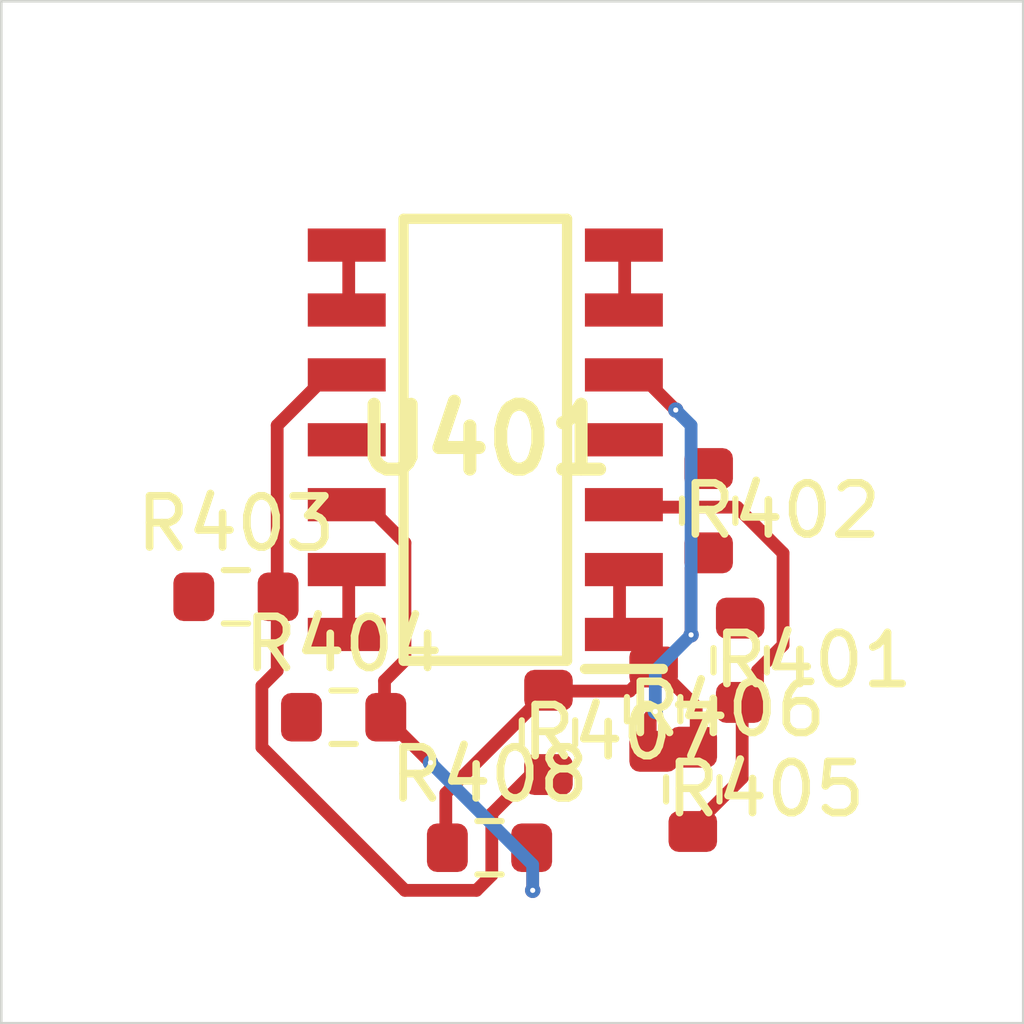
<source format=kicad_pcb>
 ( kicad_pcb  ( version 20171130 )
 ( host pcbnew 5.1.12-84ad8e8a86~92~ubuntu18.04.1 )
 ( general  ( thickness 1.6 )
 ( drawings 4 )
 ( tracks 0 )
 ( zones 0 )
 ( modules 9 )
 ( nets 14 )
)
 ( page A4 )
 ( layers  ( 0 F.Cu signal )
 ( 31 B.Cu signal )
 ( 32 B.Adhes user )
 ( 33 F.Adhes user )
 ( 34 B.Paste user )
 ( 35 F.Paste user )
 ( 36 B.SilkS user )
 ( 37 F.SilkS user )
 ( 38 B.Mask user )
 ( 39 F.Mask user )
 ( 40 Dwgs.User user )
 ( 41 Cmts.User user )
 ( 42 Eco1.User user )
 ( 43 Eco2.User user )
 ( 44 Edge.Cuts user )
 ( 45 Margin user )
 ( 46 B.CrtYd user )
 ( 47 F.CrtYd user )
 ( 48 B.Fab user )
 ( 49 F.Fab user )
)
 ( setup  ( last_trace_width 0.25 )
 ( trace_clearance 0.2 )
 ( zone_clearance 0.508 )
 ( zone_45_only no )
 ( trace_min 0.2 )
 ( via_size 0.8 )
 ( via_drill 0.4 )
 ( via_min_size 0.4 )
 ( via_min_drill 0.3 )
 ( uvia_size 0.3 )
 ( uvia_drill 0.1 )
 ( uvias_allowed no )
 ( uvia_min_size 0.2 )
 ( uvia_min_drill 0.1 )
 ( edge_width 0.05 )
 ( segment_width 0.2 )
 ( pcb_text_width 0.3 )
 ( pcb_text_size 1.5 1.5 )
 ( mod_edge_width 0.12 )
 ( mod_text_size 1 1 )
 ( mod_text_width 0.15 )
 ( pad_size 1.524 1.524 )
 ( pad_drill 0.762 )
 ( pad_to_mask_clearance 0 )
 ( aux_axis_origin 0 0 )
 ( visible_elements FFFFFF7F )
 ( pcbplotparams  ( layerselection 0x010fc_ffffffff )
 ( usegerberextensions false )
 ( usegerberattributes true )
 ( usegerberadvancedattributes true )
 ( creategerberjobfile true )
 ( excludeedgelayer true )
 ( linewidth 0.100000 )
 ( plotframeref false )
 ( viasonmask false )
 ( mode 1 )
 ( useauxorigin false )
 ( hpglpennumber 1 )
 ( hpglpenspeed 20 )
 ( hpglpendiameter 15.000000 )
 ( psnegative false )
 ( psa4output false )
 ( plotreference true )
 ( plotvalue true )
 ( plotinvisibletext false )
 ( padsonsilk false )
 ( subtractmaskfromsilk false )
 ( outputformat 1 )
 ( mirror false )
 ( drillshape 1 )
 ( scaleselection 1 )
 ( outputdirectory "" )
)
)
 ( net 0 "" )
 ( net 1 /Sheet6235D886/vp )
 ( net 2 /Sheet6248AD22/chn0 )
 ( net 3 /Sheet6248AD22/chn1 )
 ( net 4 /Sheet6248AD22/chn2 )
 ( net 5 /Sheet6248AD22/chn3 )
 ( net 6 "Net-(R401-Pad2)" )
 ( net 7 "Net-(R402-Pad2)" )
 ( net 8 "Net-(R403-Pad2)" )
 ( net 9 "Net-(R404-Pad2)" )
 ( net 10 /Sheet6248AD22/chn0_n )
 ( net 11 /Sheet6248AD22/chn1_n )
 ( net 12 /Sheet6248AD22/chn2_n )
 ( net 13 /Sheet6248AD22/chn3_n )
 ( net_class Default "This is the default net class."  ( clearance 0.2 )
 ( trace_width 0.25 )
 ( via_dia 0.8 )
 ( via_drill 0.4 )
 ( uvia_dia 0.3 )
 ( uvia_drill 0.1 )
 ( add_net /Sheet6235D886/vp )
 ( add_net /Sheet6248AD22/chn0 )
 ( add_net /Sheet6248AD22/chn0_n )
 ( add_net /Sheet6248AD22/chn1 )
 ( add_net /Sheet6248AD22/chn1_n )
 ( add_net /Sheet6248AD22/chn2 )
 ( add_net /Sheet6248AD22/chn2_n )
 ( add_net /Sheet6248AD22/chn3 )
 ( add_net /Sheet6248AD22/chn3_n )
 ( add_net "Net-(R401-Pad2)" )
 ( add_net "Net-(R402-Pad2)" )
 ( add_net "Net-(R403-Pad2)" )
 ( add_net "Net-(R404-Pad2)" )
)
 ( module Resistor_SMD:R_0603_1608Metric  ( layer F.Cu )
 ( tedit 5F68FEEE )
 ( tstamp 623425C8 )
 ( at 94.461400 112.897000 270.000000 )
 ( descr "Resistor SMD 0603 (1608 Metric), square (rectangular) end terminal, IPC_7351 nominal, (Body size source: IPC-SM-782 page 72, https://www.pcb-3d.com/wordpress/wp-content/uploads/ipc-sm-782a_amendment_1_and_2.pdf), generated with kicad-footprint-generator" )
 ( tags resistor )
 ( path /6248AD23/6249ADFD )
 ( attr smd )
 ( fp_text reference R401  ( at 0 -1.43 )
 ( layer F.SilkS )
 ( effects  ( font  ( size 1 1 )
 ( thickness 0.15 )
)
)
)
 ( fp_text value 10M  ( at 0 1.43 )
 ( layer F.Fab )
 ( effects  ( font  ( size 1 1 )
 ( thickness 0.15 )
)
)
)
 ( fp_line  ( start -0.8 0.4125 )
 ( end -0.8 -0.4125 )
 ( layer F.Fab )
 ( width 0.1 )
)
 ( fp_line  ( start -0.8 -0.4125 )
 ( end 0.8 -0.4125 )
 ( layer F.Fab )
 ( width 0.1 )
)
 ( fp_line  ( start 0.8 -0.4125 )
 ( end 0.8 0.4125 )
 ( layer F.Fab )
 ( width 0.1 )
)
 ( fp_line  ( start 0.8 0.4125 )
 ( end -0.8 0.4125 )
 ( layer F.Fab )
 ( width 0.1 )
)
 ( fp_line  ( start -0.237258 -0.5225 )
 ( end 0.237258 -0.5225 )
 ( layer F.SilkS )
 ( width 0.12 )
)
 ( fp_line  ( start -0.237258 0.5225 )
 ( end 0.237258 0.5225 )
 ( layer F.SilkS )
 ( width 0.12 )
)
 ( fp_line  ( start -1.48 0.73 )
 ( end -1.48 -0.73 )
 ( layer F.CrtYd )
 ( width 0.05 )
)
 ( fp_line  ( start -1.48 -0.73 )
 ( end 1.48 -0.73 )
 ( layer F.CrtYd )
 ( width 0.05 )
)
 ( fp_line  ( start 1.48 -0.73 )
 ( end 1.48 0.73 )
 ( layer F.CrtYd )
 ( width 0.05 )
)
 ( fp_line  ( start 1.48 0.73 )
 ( end -1.48 0.73 )
 ( layer F.CrtYd )
 ( width 0.05 )
)
 ( fp_text user %R  ( at 0 0 )
 ( layer F.Fab )
 ( effects  ( font  ( size 0.4 0.4 )
 ( thickness 0.06 )
)
)
)
 ( pad 2 smd roundrect  ( at 0.825 0 270.000000 )
 ( size 0.8 0.95 )
 ( layers F.Cu F.Mask F.Paste )
 ( roundrect_rratio 0.25 )
 ( net 6 "Net-(R401-Pad2)" )
)
 ( pad 1 smd roundrect  ( at -0.825 0 270.000000 )
 ( size 0.8 0.95 )
 ( layers F.Cu F.Mask F.Paste )
 ( roundrect_rratio 0.25 )
 ( net 10 /Sheet6248AD22/chn0_n )
)
 ( model ${KISYS3DMOD}/Resistor_SMD.3dshapes/R_0603_1608Metric.wrl  ( at  ( xyz 0 0 0 )
)
 ( scale  ( xyz 1 1 1 )
)
 ( rotate  ( xyz 0 0 0 )
)
)
)
 ( module Resistor_SMD:R_0603_1608Metric  ( layer F.Cu )
 ( tedit 5F68FEEE )
 ( tstamp 623425D9 )
 ( at 93.844300 109.970000 270.000000 )
 ( descr "Resistor SMD 0603 (1608 Metric), square (rectangular) end terminal, IPC_7351 nominal, (Body size source: IPC-SM-782 page 72, https://www.pcb-3d.com/wordpress/wp-content/uploads/ipc-sm-782a_amendment_1_and_2.pdf), generated with kicad-footprint-generator" )
 ( tags resistor )
 ( path /6248AD23/6249B75E )
 ( attr smd )
 ( fp_text reference R402  ( at 0 -1.43 )
 ( layer F.SilkS )
 ( effects  ( font  ( size 1 1 )
 ( thickness 0.15 )
)
)
)
 ( fp_text value 10M  ( at 0 1.43 )
 ( layer F.Fab )
 ( effects  ( font  ( size 1 1 )
 ( thickness 0.15 )
)
)
)
 ( fp_line  ( start 1.48 0.73 )
 ( end -1.48 0.73 )
 ( layer F.CrtYd )
 ( width 0.05 )
)
 ( fp_line  ( start 1.48 -0.73 )
 ( end 1.48 0.73 )
 ( layer F.CrtYd )
 ( width 0.05 )
)
 ( fp_line  ( start -1.48 -0.73 )
 ( end 1.48 -0.73 )
 ( layer F.CrtYd )
 ( width 0.05 )
)
 ( fp_line  ( start -1.48 0.73 )
 ( end -1.48 -0.73 )
 ( layer F.CrtYd )
 ( width 0.05 )
)
 ( fp_line  ( start -0.237258 0.5225 )
 ( end 0.237258 0.5225 )
 ( layer F.SilkS )
 ( width 0.12 )
)
 ( fp_line  ( start -0.237258 -0.5225 )
 ( end 0.237258 -0.5225 )
 ( layer F.SilkS )
 ( width 0.12 )
)
 ( fp_line  ( start 0.8 0.4125 )
 ( end -0.8 0.4125 )
 ( layer F.Fab )
 ( width 0.1 )
)
 ( fp_line  ( start 0.8 -0.4125 )
 ( end 0.8 0.4125 )
 ( layer F.Fab )
 ( width 0.1 )
)
 ( fp_line  ( start -0.8 -0.4125 )
 ( end 0.8 -0.4125 )
 ( layer F.Fab )
 ( width 0.1 )
)
 ( fp_line  ( start -0.8 0.4125 )
 ( end -0.8 -0.4125 )
 ( layer F.Fab )
 ( width 0.1 )
)
 ( fp_text user %R  ( at 0 0 )
 ( layer F.Fab )
 ( effects  ( font  ( size 0.4 0.4 )
 ( thickness 0.06 )
)
)
)
 ( pad 1 smd roundrect  ( at -0.825 0 270.000000 )
 ( size 0.8 0.95 )
 ( layers F.Cu F.Mask F.Paste )
 ( roundrect_rratio 0.25 )
 ( net 11 /Sheet6248AD22/chn1_n )
)
 ( pad 2 smd roundrect  ( at 0.825 0 270.000000 )
 ( size 0.8 0.95 )
 ( layers F.Cu F.Mask F.Paste )
 ( roundrect_rratio 0.25 )
 ( net 7 "Net-(R402-Pad2)" )
)
 ( model ${KISYS3DMOD}/Resistor_SMD.3dshapes/R_0603_1608Metric.wrl  ( at  ( xyz 0 0 0 )
)
 ( scale  ( xyz 1 1 1 )
)
 ( rotate  ( xyz 0 0 0 )
)
)
)
 ( module Resistor_SMD:R_0603_1608Metric  ( layer F.Cu )
 ( tedit 5F68FEEE )
 ( tstamp 623425EA )
 ( at 84.593100 111.655000 )
 ( descr "Resistor SMD 0603 (1608 Metric), square (rectangular) end terminal, IPC_7351 nominal, (Body size source: IPC-SM-782 page 72, https://www.pcb-3d.com/wordpress/wp-content/uploads/ipc-sm-782a_amendment_1_and_2.pdf), generated with kicad-footprint-generator" )
 ( tags resistor )
 ( path /6248AD23/6249FB7A )
 ( attr smd )
 ( fp_text reference R403  ( at 0 -1.43 )
 ( layer F.SilkS )
 ( effects  ( font  ( size 1 1 )
 ( thickness 0.15 )
)
)
)
 ( fp_text value 10M  ( at 0 1.43 )
 ( layer F.Fab )
 ( effects  ( font  ( size 1 1 )
 ( thickness 0.15 )
)
)
)
 ( fp_line  ( start 1.48 0.73 )
 ( end -1.48 0.73 )
 ( layer F.CrtYd )
 ( width 0.05 )
)
 ( fp_line  ( start 1.48 -0.73 )
 ( end 1.48 0.73 )
 ( layer F.CrtYd )
 ( width 0.05 )
)
 ( fp_line  ( start -1.48 -0.73 )
 ( end 1.48 -0.73 )
 ( layer F.CrtYd )
 ( width 0.05 )
)
 ( fp_line  ( start -1.48 0.73 )
 ( end -1.48 -0.73 )
 ( layer F.CrtYd )
 ( width 0.05 )
)
 ( fp_line  ( start -0.237258 0.5225 )
 ( end 0.237258 0.5225 )
 ( layer F.SilkS )
 ( width 0.12 )
)
 ( fp_line  ( start -0.237258 -0.5225 )
 ( end 0.237258 -0.5225 )
 ( layer F.SilkS )
 ( width 0.12 )
)
 ( fp_line  ( start 0.8 0.4125 )
 ( end -0.8 0.4125 )
 ( layer F.Fab )
 ( width 0.1 )
)
 ( fp_line  ( start 0.8 -0.4125 )
 ( end 0.8 0.4125 )
 ( layer F.Fab )
 ( width 0.1 )
)
 ( fp_line  ( start -0.8 -0.4125 )
 ( end 0.8 -0.4125 )
 ( layer F.Fab )
 ( width 0.1 )
)
 ( fp_line  ( start -0.8 0.4125 )
 ( end -0.8 -0.4125 )
 ( layer F.Fab )
 ( width 0.1 )
)
 ( fp_text user %R  ( at 0 0 )
 ( layer F.Fab )
 ( effects  ( font  ( size 0.4 0.4 )
 ( thickness 0.06 )
)
)
)
 ( pad 1 smd roundrect  ( at -0.825 0 )
 ( size 0.8 0.95 )
 ( layers F.Cu F.Mask F.Paste )
 ( roundrect_rratio 0.25 )
 ( net 12 /Sheet6248AD22/chn2_n )
)
 ( pad 2 smd roundrect  ( at 0.825 0 )
 ( size 0.8 0.95 )
 ( layers F.Cu F.Mask F.Paste )
 ( roundrect_rratio 0.25 )
 ( net 8 "Net-(R403-Pad2)" )
)
 ( model ${KISYS3DMOD}/Resistor_SMD.3dshapes/R_0603_1608Metric.wrl  ( at  ( xyz 0 0 0 )
)
 ( scale  ( xyz 1 1 1 )
)
 ( rotate  ( xyz 0 0 0 )
)
)
)
 ( module Resistor_SMD:R_0603_1608Metric  ( layer F.Cu )
 ( tedit 5F68FEEE )
 ( tstamp 623425FB )
 ( at 86.700100 114.012000 )
 ( descr "Resistor SMD 0603 (1608 Metric), square (rectangular) end terminal, IPC_7351 nominal, (Body size source: IPC-SM-782 page 72, https://www.pcb-3d.com/wordpress/wp-content/uploads/ipc-sm-782a_amendment_1_and_2.pdf), generated with kicad-footprint-generator" )
 ( tags resistor )
 ( path /6248AD23/6249FB74 )
 ( attr smd )
 ( fp_text reference R404  ( at 0 -1.43 )
 ( layer F.SilkS )
 ( effects  ( font  ( size 1 1 )
 ( thickness 0.15 )
)
)
)
 ( fp_text value 10M  ( at 0 1.43 )
 ( layer F.Fab )
 ( effects  ( font  ( size 1 1 )
 ( thickness 0.15 )
)
)
)
 ( fp_line  ( start -0.8 0.4125 )
 ( end -0.8 -0.4125 )
 ( layer F.Fab )
 ( width 0.1 )
)
 ( fp_line  ( start -0.8 -0.4125 )
 ( end 0.8 -0.4125 )
 ( layer F.Fab )
 ( width 0.1 )
)
 ( fp_line  ( start 0.8 -0.4125 )
 ( end 0.8 0.4125 )
 ( layer F.Fab )
 ( width 0.1 )
)
 ( fp_line  ( start 0.8 0.4125 )
 ( end -0.8 0.4125 )
 ( layer F.Fab )
 ( width 0.1 )
)
 ( fp_line  ( start -0.237258 -0.5225 )
 ( end 0.237258 -0.5225 )
 ( layer F.SilkS )
 ( width 0.12 )
)
 ( fp_line  ( start -0.237258 0.5225 )
 ( end 0.237258 0.5225 )
 ( layer F.SilkS )
 ( width 0.12 )
)
 ( fp_line  ( start -1.48 0.73 )
 ( end -1.48 -0.73 )
 ( layer F.CrtYd )
 ( width 0.05 )
)
 ( fp_line  ( start -1.48 -0.73 )
 ( end 1.48 -0.73 )
 ( layer F.CrtYd )
 ( width 0.05 )
)
 ( fp_line  ( start 1.48 -0.73 )
 ( end 1.48 0.73 )
 ( layer F.CrtYd )
 ( width 0.05 )
)
 ( fp_line  ( start 1.48 0.73 )
 ( end -1.48 0.73 )
 ( layer F.CrtYd )
 ( width 0.05 )
)
 ( fp_text user %R  ( at 0 0 )
 ( layer F.Fab )
 ( effects  ( font  ( size 0.4 0.4 )
 ( thickness 0.06 )
)
)
)
 ( pad 2 smd roundrect  ( at 0.825 0 )
 ( size 0.8 0.95 )
 ( layers F.Cu F.Mask F.Paste )
 ( roundrect_rratio 0.25 )
 ( net 9 "Net-(R404-Pad2)" )
)
 ( pad 1 smd roundrect  ( at -0.825 0 )
 ( size 0.8 0.95 )
 ( layers F.Cu F.Mask F.Paste )
 ( roundrect_rratio 0.25 )
 ( net 13 /Sheet6248AD22/chn3_n )
)
 ( model ${KISYS3DMOD}/Resistor_SMD.3dshapes/R_0603_1608Metric.wrl  ( at  ( xyz 0 0 0 )
)
 ( scale  ( xyz 1 1 1 )
)
 ( rotate  ( xyz 0 0 0 )
)
)
)
 ( module Resistor_SMD:R_0603_1608Metric  ( layer F.Cu )
 ( tedit 5F68FEEE )
 ( tstamp 6234260C )
 ( at 93.533600 115.423000 270.000000 )
 ( descr "Resistor SMD 0603 (1608 Metric), square (rectangular) end terminal, IPC_7351 nominal, (Body size source: IPC-SM-782 page 72, https://www.pcb-3d.com/wordpress/wp-content/uploads/ipc-sm-782a_amendment_1_and_2.pdf), generated with kicad-footprint-generator" )
 ( tags resistor )
 ( path /6248AD23/62497F62 )
 ( attr smd )
 ( fp_text reference R405  ( at 0 -1.43 )
 ( layer F.SilkS )
 ( effects  ( font  ( size 1 1 )
 ( thickness 0.15 )
)
)
)
 ( fp_text value 750k  ( at 0 1.43 )
 ( layer F.Fab )
 ( effects  ( font  ( size 1 1 )
 ( thickness 0.15 )
)
)
)
 ( fp_line  ( start -0.8 0.4125 )
 ( end -0.8 -0.4125 )
 ( layer F.Fab )
 ( width 0.1 )
)
 ( fp_line  ( start -0.8 -0.4125 )
 ( end 0.8 -0.4125 )
 ( layer F.Fab )
 ( width 0.1 )
)
 ( fp_line  ( start 0.8 -0.4125 )
 ( end 0.8 0.4125 )
 ( layer F.Fab )
 ( width 0.1 )
)
 ( fp_line  ( start 0.8 0.4125 )
 ( end -0.8 0.4125 )
 ( layer F.Fab )
 ( width 0.1 )
)
 ( fp_line  ( start -0.237258 -0.5225 )
 ( end 0.237258 -0.5225 )
 ( layer F.SilkS )
 ( width 0.12 )
)
 ( fp_line  ( start -0.237258 0.5225 )
 ( end 0.237258 0.5225 )
 ( layer F.SilkS )
 ( width 0.12 )
)
 ( fp_line  ( start -1.48 0.73 )
 ( end -1.48 -0.73 )
 ( layer F.CrtYd )
 ( width 0.05 )
)
 ( fp_line  ( start -1.48 -0.73 )
 ( end 1.48 -0.73 )
 ( layer F.CrtYd )
 ( width 0.05 )
)
 ( fp_line  ( start 1.48 -0.73 )
 ( end 1.48 0.73 )
 ( layer F.CrtYd )
 ( width 0.05 )
)
 ( fp_line  ( start 1.48 0.73 )
 ( end -1.48 0.73 )
 ( layer F.CrtYd )
 ( width 0.05 )
)
 ( fp_text user %R  ( at 0 0 )
 ( layer F.Fab )
 ( effects  ( font  ( size 0.4 0.4 )
 ( thickness 0.06 )
)
)
)
 ( pad 2 smd roundrect  ( at 0.825 0 270.000000 )
 ( size 0.8 0.95 )
 ( layers F.Cu F.Mask F.Paste )
 ( roundrect_rratio 0.25 )
 ( net 6 "Net-(R401-Pad2)" )
)
 ( pad 1 smd roundrect  ( at -0.825 0 270.000000 )
 ( size 0.8 0.95 )
 ( layers F.Cu F.Mask F.Paste )
 ( roundrect_rratio 0.25 )
 ( net 1 /Sheet6235D886/vp )
)
 ( model ${KISYS3DMOD}/Resistor_SMD.3dshapes/R_0603_1608Metric.wrl  ( at  ( xyz 0 0 0 )
)
 ( scale  ( xyz 1 1 1 )
)
 ( rotate  ( xyz 0 0 0 )
)
)
)
 ( module Resistor_SMD:R_0603_1608Metric  ( layer F.Cu )
 ( tedit 5F68FEEE )
 ( tstamp 6234261D )
 ( at 92.767200 113.854000 270.000000 )
 ( descr "Resistor SMD 0603 (1608 Metric), square (rectangular) end terminal, IPC_7351 nominal, (Body size source: IPC-SM-782 page 72, https://www.pcb-3d.com/wordpress/wp-content/uploads/ipc-sm-782a_amendment_1_and_2.pdf), generated with kicad-footprint-generator" )
 ( tags resistor )
 ( path /6248AD23/62499098 )
 ( attr smd )
 ( fp_text reference R406  ( at 0 -1.43 )
 ( layer F.SilkS )
 ( effects  ( font  ( size 1 1 )
 ( thickness 0.15 )
)
)
)
 ( fp_text value 750k  ( at 0 1.43 )
 ( layer F.Fab )
 ( effects  ( font  ( size 1 1 )
 ( thickness 0.15 )
)
)
)
 ( fp_line  ( start 1.48 0.73 )
 ( end -1.48 0.73 )
 ( layer F.CrtYd )
 ( width 0.05 )
)
 ( fp_line  ( start 1.48 -0.73 )
 ( end 1.48 0.73 )
 ( layer F.CrtYd )
 ( width 0.05 )
)
 ( fp_line  ( start -1.48 -0.73 )
 ( end 1.48 -0.73 )
 ( layer F.CrtYd )
 ( width 0.05 )
)
 ( fp_line  ( start -1.48 0.73 )
 ( end -1.48 -0.73 )
 ( layer F.CrtYd )
 ( width 0.05 )
)
 ( fp_line  ( start -0.237258 0.5225 )
 ( end 0.237258 0.5225 )
 ( layer F.SilkS )
 ( width 0.12 )
)
 ( fp_line  ( start -0.237258 -0.5225 )
 ( end 0.237258 -0.5225 )
 ( layer F.SilkS )
 ( width 0.12 )
)
 ( fp_line  ( start 0.8 0.4125 )
 ( end -0.8 0.4125 )
 ( layer F.Fab )
 ( width 0.1 )
)
 ( fp_line  ( start 0.8 -0.4125 )
 ( end 0.8 0.4125 )
 ( layer F.Fab )
 ( width 0.1 )
)
 ( fp_line  ( start -0.8 -0.4125 )
 ( end 0.8 -0.4125 )
 ( layer F.Fab )
 ( width 0.1 )
)
 ( fp_line  ( start -0.8 0.4125 )
 ( end -0.8 -0.4125 )
 ( layer F.Fab )
 ( width 0.1 )
)
 ( fp_text user %R  ( at 0 0 )
 ( layer F.Fab )
 ( effects  ( font  ( size 0.4 0.4 )
 ( thickness 0.06 )
)
)
)
 ( pad 1 smd roundrect  ( at -0.825 0 270.000000 )
 ( size 0.8 0.95 )
 ( layers F.Cu F.Mask F.Paste )
 ( roundrect_rratio 0.25 )
 ( net 1 /Sheet6235D886/vp )
)
 ( pad 2 smd roundrect  ( at 0.825 0 270.000000 )
 ( size 0.8 0.95 )
 ( layers F.Cu F.Mask F.Paste )
 ( roundrect_rratio 0.25 )
 ( net 7 "Net-(R402-Pad2)" )
)
 ( model ${KISYS3DMOD}/Resistor_SMD.3dshapes/R_0603_1608Metric.wrl  ( at  ( xyz 0 0 0 )
)
 ( scale  ( xyz 1 1 1 )
)
 ( rotate  ( xyz 0 0 0 )
)
)
)
 ( module Resistor_SMD:R_0603_1608Metric  ( layer F.Cu )
 ( tedit 5F68FEEE )
 ( tstamp 6234262E )
 ( at 90.709300 114.309000 270.000000 )
 ( descr "Resistor SMD 0603 (1608 Metric), square (rectangular) end terminal, IPC_7351 nominal, (Body size source: IPC-SM-782 page 72, https://www.pcb-3d.com/wordpress/wp-content/uploads/ipc-sm-782a_amendment_1_and_2.pdf), generated with kicad-footprint-generator" )
 ( tags resistor )
 ( path /6248AD23/624A0FFB )
 ( attr smd )
 ( fp_text reference R407  ( at 0 -1.43 )
 ( layer F.SilkS )
 ( effects  ( font  ( size 1 1 )
 ( thickness 0.15 )
)
)
)
 ( fp_text value 1.5M  ( at 0 1.43 )
 ( layer F.Fab )
 ( effects  ( font  ( size 1 1 )
 ( thickness 0.15 )
)
)
)
 ( fp_line  ( start 1.48 0.73 )
 ( end -1.48 0.73 )
 ( layer F.CrtYd )
 ( width 0.05 )
)
 ( fp_line  ( start 1.48 -0.73 )
 ( end 1.48 0.73 )
 ( layer F.CrtYd )
 ( width 0.05 )
)
 ( fp_line  ( start -1.48 -0.73 )
 ( end 1.48 -0.73 )
 ( layer F.CrtYd )
 ( width 0.05 )
)
 ( fp_line  ( start -1.48 0.73 )
 ( end -1.48 -0.73 )
 ( layer F.CrtYd )
 ( width 0.05 )
)
 ( fp_line  ( start -0.237258 0.5225 )
 ( end 0.237258 0.5225 )
 ( layer F.SilkS )
 ( width 0.12 )
)
 ( fp_line  ( start -0.237258 -0.5225 )
 ( end 0.237258 -0.5225 )
 ( layer F.SilkS )
 ( width 0.12 )
)
 ( fp_line  ( start 0.8 0.4125 )
 ( end -0.8 0.4125 )
 ( layer F.Fab )
 ( width 0.1 )
)
 ( fp_line  ( start 0.8 -0.4125 )
 ( end 0.8 0.4125 )
 ( layer F.Fab )
 ( width 0.1 )
)
 ( fp_line  ( start -0.8 -0.4125 )
 ( end 0.8 -0.4125 )
 ( layer F.Fab )
 ( width 0.1 )
)
 ( fp_line  ( start -0.8 0.4125 )
 ( end -0.8 -0.4125 )
 ( layer F.Fab )
 ( width 0.1 )
)
 ( fp_text user %R  ( at 0 0 )
 ( layer F.Fab )
 ( effects  ( font  ( size 0.4 0.4 )
 ( thickness 0.06 )
)
)
)
 ( pad 1 smd roundrect  ( at -0.825 0 270.000000 )
 ( size 0.8 0.95 )
 ( layers F.Cu F.Mask F.Paste )
 ( roundrect_rratio 0.25 )
 ( net 1 /Sheet6235D886/vp )
)
 ( pad 2 smd roundrect  ( at 0.825 0 270.000000 )
 ( size 0.8 0.95 )
 ( layers F.Cu F.Mask F.Paste )
 ( roundrect_rratio 0.25 )
 ( net 8 "Net-(R403-Pad2)" )
)
 ( model ${KISYS3DMOD}/Resistor_SMD.3dshapes/R_0603_1608Metric.wrl  ( at  ( xyz 0 0 0 )
)
 ( scale  ( xyz 1 1 1 )
)
 ( rotate  ( xyz 0 0 0 )
)
)
)
 ( module Resistor_SMD:R_0603_1608Metric  ( layer F.Cu )
 ( tedit 5F68FEEE )
 ( tstamp 6234263F )
 ( at 89.555400 116.566000 )
 ( descr "Resistor SMD 0603 (1608 Metric), square (rectangular) end terminal, IPC_7351 nominal, (Body size source: IPC-SM-782 page 72, https://www.pcb-3d.com/wordpress/wp-content/uploads/ipc-sm-782a_amendment_1_and_2.pdf), generated with kicad-footprint-generator" )
 ( tags resistor )
 ( path /6248AD23/624A093C )
 ( attr smd )
 ( fp_text reference R408  ( at 0 -1.43 )
 ( layer F.SilkS )
 ( effects  ( font  ( size 1 1 )
 ( thickness 0.15 )
)
)
)
 ( fp_text value 1.5M  ( at 0 1.43 )
 ( layer F.Fab )
 ( effects  ( font  ( size 1 1 )
 ( thickness 0.15 )
)
)
)
 ( fp_line  ( start -0.8 0.4125 )
 ( end -0.8 -0.4125 )
 ( layer F.Fab )
 ( width 0.1 )
)
 ( fp_line  ( start -0.8 -0.4125 )
 ( end 0.8 -0.4125 )
 ( layer F.Fab )
 ( width 0.1 )
)
 ( fp_line  ( start 0.8 -0.4125 )
 ( end 0.8 0.4125 )
 ( layer F.Fab )
 ( width 0.1 )
)
 ( fp_line  ( start 0.8 0.4125 )
 ( end -0.8 0.4125 )
 ( layer F.Fab )
 ( width 0.1 )
)
 ( fp_line  ( start -0.237258 -0.5225 )
 ( end 0.237258 -0.5225 )
 ( layer F.SilkS )
 ( width 0.12 )
)
 ( fp_line  ( start -0.237258 0.5225 )
 ( end 0.237258 0.5225 )
 ( layer F.SilkS )
 ( width 0.12 )
)
 ( fp_line  ( start -1.48 0.73 )
 ( end -1.48 -0.73 )
 ( layer F.CrtYd )
 ( width 0.05 )
)
 ( fp_line  ( start -1.48 -0.73 )
 ( end 1.48 -0.73 )
 ( layer F.CrtYd )
 ( width 0.05 )
)
 ( fp_line  ( start 1.48 -0.73 )
 ( end 1.48 0.73 )
 ( layer F.CrtYd )
 ( width 0.05 )
)
 ( fp_line  ( start 1.48 0.73 )
 ( end -1.48 0.73 )
 ( layer F.CrtYd )
 ( width 0.05 )
)
 ( fp_text user %R  ( at 0 0 )
 ( layer F.Fab )
 ( effects  ( font  ( size 0.4 0.4 )
 ( thickness 0.06 )
)
)
)
 ( pad 2 smd roundrect  ( at 0.825 0 )
 ( size 0.8 0.95 )
 ( layers F.Cu F.Mask F.Paste )
 ( roundrect_rratio 0.25 )
 ( net 9 "Net-(R404-Pad2)" )
)
 ( pad 1 smd roundrect  ( at -0.825 0 )
 ( size 0.8 0.95 )
 ( layers F.Cu F.Mask F.Paste )
 ( roundrect_rratio 0.25 )
 ( net 1 /Sheet6235D886/vp )
)
 ( model ${KISYS3DMOD}/Resistor_SMD.3dshapes/R_0603_1608Metric.wrl  ( at  ( xyz 0 0 0 )
)
 ( scale  ( xyz 1 1 1 )
)
 ( rotate  ( xyz 0 0 0 )
)
)
)
 ( module TL074HIDR:SOIC127P600X175-14N locked  ( layer F.Cu )
 ( tedit 62336F37 )
 ( tstamp 62342709 )
 ( at 89.472900 108.582000 180.000000 )
 ( descr "D (-R-PDSO-G14)" )
 ( tags "Integrated Circuit" )
 ( path /6248AD23/624976B2 )
 ( attr smd )
 ( fp_text reference U401  ( at 0 0 )
 ( layer F.SilkS )
 ( effects  ( font  ( size 1.27 1.27 )
 ( thickness 0.254 )
)
)
)
 ( fp_text value TL074  ( at 0 0 )
 ( layer F.SilkS )
hide  ( effects  ( font  ( size 1.27 1.27 )
 ( thickness 0.254 )
)
)
)
 ( fp_line  ( start -3.725 -4.625 )
 ( end 3.725 -4.625 )
 ( layer Dwgs.User )
 ( width 0.05 )
)
 ( fp_line  ( start 3.725 -4.625 )
 ( end 3.725 4.625 )
 ( layer Dwgs.User )
 ( width 0.05 )
)
 ( fp_line  ( start 3.725 4.625 )
 ( end -3.725 4.625 )
 ( layer Dwgs.User )
 ( width 0.05 )
)
 ( fp_line  ( start -3.725 4.625 )
 ( end -3.725 -4.625 )
 ( layer Dwgs.User )
 ( width 0.05 )
)
 ( fp_line  ( start -1.95 -4.325 )
 ( end 1.95 -4.325 )
 ( layer Dwgs.User )
 ( width 0.1 )
)
 ( fp_line  ( start 1.95 -4.325 )
 ( end 1.95 4.325 )
 ( layer Dwgs.User )
 ( width 0.1 )
)
 ( fp_line  ( start 1.95 4.325 )
 ( end -1.95 4.325 )
 ( layer Dwgs.User )
 ( width 0.1 )
)
 ( fp_line  ( start -1.95 4.325 )
 ( end -1.95 -4.325 )
 ( layer Dwgs.User )
 ( width 0.1 )
)
 ( fp_line  ( start -1.95 -3.055 )
 ( end -0.68 -4.325 )
 ( layer Dwgs.User )
 ( width 0.1 )
)
 ( fp_line  ( start -1.6 -4.325 )
 ( end 1.6 -4.325 )
 ( layer F.SilkS )
 ( width 0.2 )
)
 ( fp_line  ( start 1.6 -4.325 )
 ( end 1.6 4.325 )
 ( layer F.SilkS )
 ( width 0.2 )
)
 ( fp_line  ( start 1.6 4.325 )
 ( end -1.6 4.325 )
 ( layer F.SilkS )
 ( width 0.2 )
)
 ( fp_line  ( start -1.6 4.325 )
 ( end -1.6 -4.325 )
 ( layer F.SilkS )
 ( width 0.2 )
)
 ( fp_line  ( start -3.475 -4.485 )
 ( end -1.95 -4.485 )
 ( layer F.SilkS )
 ( width 0.2 )
)
 ( pad 1 smd rect  ( at -2.712 -3.81 270.000000 )
 ( size 0.65 1.525 )
 ( layers F.Cu F.Mask F.Paste )
 ( net 2 /Sheet6248AD22/chn0 )
)
 ( pad 2 smd rect  ( at -2.712 -2.54 270.000000 )
 ( size 0.65 1.525 )
 ( layers F.Cu F.Mask F.Paste )
 ( net 2 /Sheet6248AD22/chn0 )
)
 ( pad 3 smd rect  ( at -2.712 -1.27 270.000000 )
 ( size 0.65 1.525 )
 ( layers F.Cu F.Mask F.Paste )
 ( net 6 "Net-(R401-Pad2)" )
)
 ( pad 4 smd rect  ( at -2.712 0 270.000000 )
 ( size 0.65 1.525 )
 ( layers F.Cu F.Mask F.Paste )
)
 ( pad 5 smd rect  ( at -2.712 1.27 270.000000 )
 ( size 0.65 1.525 )
 ( layers F.Cu F.Mask F.Paste )
 ( net 7 "Net-(R402-Pad2)" )
)
 ( pad 6 smd rect  ( at -2.712 2.54 270.000000 )
 ( size 0.65 1.525 )
 ( layers F.Cu F.Mask F.Paste )
 ( net 3 /Sheet6248AD22/chn1 )
)
 ( pad 7 smd rect  ( at -2.712 3.81 270.000000 )
 ( size 0.65 1.525 )
 ( layers F.Cu F.Mask F.Paste )
 ( net 3 /Sheet6248AD22/chn1 )
)
 ( pad 8 smd rect  ( at 2.712 3.81 270.000000 )
 ( size 0.65 1.525 )
 ( layers F.Cu F.Mask F.Paste )
 ( net 4 /Sheet6248AD22/chn2 )
)
 ( pad 9 smd rect  ( at 2.712 2.54 270.000000 )
 ( size 0.65 1.525 )
 ( layers F.Cu F.Mask F.Paste )
 ( net 4 /Sheet6248AD22/chn2 )
)
 ( pad 10 smd rect  ( at 2.712 1.27 270.000000 )
 ( size 0.65 1.525 )
 ( layers F.Cu F.Mask F.Paste )
 ( net 8 "Net-(R403-Pad2)" )
)
 ( pad 11 smd rect  ( at 2.712 0 270.000000 )
 ( size 0.65 1.525 )
 ( layers F.Cu F.Mask F.Paste )
)
 ( pad 12 smd rect  ( at 2.712 -1.27 270.000000 )
 ( size 0.65 1.525 )
 ( layers F.Cu F.Mask F.Paste )
 ( net 9 "Net-(R404-Pad2)" )
)
 ( pad 13 smd rect  ( at 2.712 -2.54 270.000000 )
 ( size 0.65 1.525 )
 ( layers F.Cu F.Mask F.Paste )
 ( net 5 /Sheet6248AD22/chn3 )
)
 ( pad 14 smd rect  ( at 2.712 -3.81 270.000000 )
 ( size 0.65 1.525 )
 ( layers F.Cu F.Mask F.Paste )
 ( net 5 /Sheet6248AD22/chn3 )
)
)
 ( gr_line  ( start 100 100 )
 ( end 100 120 )
 ( layer Edge.Cuts )
 ( width 0.05 )
 ( tstamp 62E76D2A )
)
 ( gr_line  ( start 80 120 )
 ( end 100 120 )
 ( layer Edge.Cuts )
 ( width 0.05 )
 ( tstamp 62E76D27 )
)
 ( gr_line  ( start 80 100 )
 ( end 80 120 )
 ( layer Edge.Cuts )
 ( width 0.05 )
 ( tstamp 6234110C )
)
 ( gr_line  ( start 80 100 )
 ( end 100 100 )
 ( layer Edge.Cuts )
 ( width 0.05 )
)
 ( segment  ( start 92.800001 113.000002 )
 ( end 93.600001 113.800002 )
 ( width 0.250000 )
 ( layer F.Cu )
 ( net 1 )
)
 ( segment  ( start 93.600001 113.800002 )
 ( end 93.600001 114.500002 )
 ( width 0.250000 )
 ( layer F.Cu )
 ( net 1 )
)
 ( segment  ( start 93.600001 114.500002 )
 ( end 93.500001 114.600002 )
 ( width 0.250000 )
 ( layer F.Cu )
 ( net 1 )
)
 ( segment  ( start 90.700001 113.500002 )
 ( end 92.300001 113.500002 )
 ( width 0.250000 )
 ( layer F.Cu )
 ( net 1 )
)
 ( segment  ( start 92.300001 113.500002 )
 ( end 92.800001 113.000002 )
 ( width 0.250000 )
 ( layer F.Cu )
 ( net 1 )
)
 ( segment  ( start 88.700001 116.600002 )
 ( end 88.700001 115.500002 )
 ( width 0.250000 )
 ( layer F.Cu )
 ( net 1 )
)
 ( segment  ( start 88.700001 115.500002 )
 ( end 90.700001 113.500002 )
 ( width 0.250000 )
 ( layer F.Cu )
 ( net 1 )
)
 ( segment  ( start 92.200001 111.100002 )
 ( end 92.100001 111.200002 )
 ( width 0.250000 )
 ( layer F.Cu )
 ( net 2 )
)
 ( segment  ( start 92.100001 111.200002 )
 ( end 92.100001 112.300002 )
 ( width 0.250000 )
 ( layer F.Cu )
 ( net 2 )
)
 ( segment  ( start 92.100001 112.300002 )
 ( end 92.200001 112.400002 )
 ( width 0.250000 )
 ( layer F.Cu )
 ( net 2 )
)
 ( segment  ( start 92.200001 104.800002 )
 ( end 92.200001 106.000002 )
 ( width 0.250000 )
 ( layer F.Cu )
 ( net 3 )
)
 ( segment  ( start 86.800001 106.000002 )
 ( end 86.800001 104.800002 )
 ( width 0.250000 )
 ( layer F.Cu )
 ( net 4 )
)
 ( segment  ( start 86.800001 112.400002 )
 ( end 86.800001 111.100002 )
 ( width 0.250000 )
 ( layer F.Cu )
 ( net 5 )
)
 ( segment  ( start 93.500001 116.200002 )
 ( end 94.500001 115.200002 )
 ( width 0.250000 )
 ( layer F.Cu )
 ( net 6 )
)
 ( segment  ( start 94.500001 115.200002 )
 ( end 94.500001 113.700002 )
 ( width 0.250000 )
 ( layer F.Cu )
 ( net 6 )
)
 ( segment  ( start 92.200001 109.900002 )
 ( end 94.400001 109.900002 )
 ( width 0.250000 )
 ( layer F.Cu )
 ( net 6 )
)
 ( segment  ( start 94.400001 109.900002 )
 ( end 95.300001 110.800002 )
 ( width 0.250000 )
 ( layer F.Cu )
 ( net 6 )
)
 ( segment  ( start 95.300001 110.800002 )
 ( end 95.300001 112.600002 )
 ( width 0.250000 )
 ( layer F.Cu )
 ( net 6 )
)
 ( segment  ( start 95.300001 112.600002 )
 ( end 94.800001 113.100002 )
 ( width 0.250000 )
 ( layer F.Cu )
 ( net 6 )
)
 ( segment  ( start 94.800001 113.100002 )
 ( end 94.800001 113.400002 )
 ( width 0.250000 )
 ( layer F.Cu )
 ( net 6 )
)
 ( segment  ( start 94.800001 113.400002 )
 ( end 94.500001 113.700002 )
 ( width 0.250000 )
 ( layer F.Cu )
 ( net 6 )
)
 ( segment  ( start 92.800001 114.700002 )
 ( end 92.700001 114.600002 )
 ( width 0.250000 )
 ( layer F.Cu )
 ( net 7 )
)
 ( segment  ( start 92.700001 114.600002 )
 ( end 92.700001 114.000002 )
 ( width 0.250000 )
 ( layer F.Cu )
 ( net 7 )
)
 ( segment  ( start 92.700001 114.000002 )
 ( end 92.800001 113.900002 )
 ( width 0.250000 )
 ( layer F.Cu )
 ( net 7 )
)
 ( segment  ( start 92.800001 113.900002 )
 ( end 92.800001 113.100002 )
 ( width 0.250000 )
 ( layer B.Cu )
 ( net 7 )
)
 ( segment  ( start 92.800001 113.100002 )
 ( end 93.500001 112.400002 )
 ( width 0.250000 )
 ( layer B.Cu )
 ( net 7 )
)
 ( segment  ( start 93.500001 112.400002 )
 ( end 93.500001 111.100002 )
 ( width 0.250000 )
 ( layer F.Cu )
 ( net 7 )
)
 ( segment  ( start 93.500001 111.100002 )
 ( end 93.800001 110.800002 )
 ( width 0.250000 )
 ( layer F.Cu )
 ( net 7 )
)
 ( segment  ( start 92.200001 107.300002 )
 ( end 92.500001 107.300002 )
 ( width 0.250000 )
 ( layer F.Cu )
 ( net 7 )
)
 ( segment  ( start 92.500001 107.300002 )
 ( end 93.200001 108.000002 )
 ( width 0.250000 )
 ( layer F.Cu )
 ( net 7 )
)
 ( segment  ( start 93.200001 108.000002 )
 ( end 93.500001 108.300002 )
 ( width 0.250000 )
 ( layer B.Cu )
 ( net 7 )
)
 ( segment  ( start 93.500001 108.300002 )
 ( end 93.500001 112.400002 )
 ( width 0.250000 )
 ( layer B.Cu )
 ( net 7 )
)
 ( via micro  ( at 92.800001 113.900002 )
 ( size 0.300000 )
 ( drill 0.100000 )
 ( layers F.Cu B.Cu )
 ( net 7 )
)
 ( via micro  ( at 93.500001 112.400002 )
 ( size 0.300000 )
 ( drill 0.100000 )
 ( layers F.Cu B.Cu )
 ( net 7 )
)
 ( via micro  ( at 93.200001 108.000002 )
 ( size 0.300000 )
 ( drill 0.100000 )
 ( layers F.Cu B.Cu )
 ( net 7 )
)
 ( segment  ( start 90.700001 115.100002 )
 ( end 90.400001 115.100002 )
 ( width 0.250000 )
 ( layer F.Cu )
 ( net 8 )
)
 ( segment  ( start 90.400001 115.100002 )
 ( end 89.600001 115.900002 )
 ( width 0.250000 )
 ( layer F.Cu )
 ( net 8 )
)
 ( segment  ( start 89.600001 115.900002 )
 ( end 89.600001 117.100002 )
 ( width 0.250000 )
 ( layer F.Cu )
 ( net 8 )
)
 ( segment  ( start 89.600001 117.100002 )
 ( end 89.300001 117.400002 )
 ( width 0.250000 )
 ( layer F.Cu )
 ( net 8 )
)
 ( segment  ( start 89.300001 117.400002 )
 ( end 87.900001 117.400002 )
 ( width 0.250000 )
 ( layer F.Cu )
 ( net 8 )
)
 ( segment  ( start 87.900001 117.400002 )
 ( end 85.100001 114.600002 )
 ( width 0.250000 )
 ( layer F.Cu )
 ( net 8 )
)
 ( segment  ( start 85.100001 114.600002 )
 ( end 85.100001 113.400002 )
 ( width 0.250000 )
 ( layer F.Cu )
 ( net 8 )
)
 ( segment  ( start 85.100001 113.400002 )
 ( end 85.400001 113.100002 )
 ( width 0.250000 )
 ( layer F.Cu )
 ( net 8 )
)
 ( segment  ( start 85.400001 113.100002 )
 ( end 85.400001 111.700002 )
 ( width 0.250000 )
 ( layer F.Cu )
 ( net 8 )
)
 ( segment  ( start 86.800001 107.300002 )
 ( end 86.400001 107.300002 )
 ( width 0.250000 )
 ( layer F.Cu )
 ( net 8 )
)
 ( segment  ( start 86.400001 107.300002 )
 ( end 85.400001 108.300002 )
 ( width 0.250000 )
 ( layer F.Cu )
 ( net 8 )
)
 ( segment  ( start 85.400001 108.300002 )
 ( end 85.400001 111.700002 )
 ( width 0.250000 )
 ( layer F.Cu )
 ( net 8 )
)
 ( segment  ( start 90.400001 116.600002 )
 ( end 90.400001 117.400002 )
 ( width 0.250000 )
 ( layer F.Cu )
 ( net 9 )
)
 ( segment  ( start 90.400001 117.400002 )
 ( end 90.400001 116.900002 )
 ( width 0.250000 )
 ( layer B.Cu )
 ( net 9 )
)
 ( segment  ( start 90.400001 116.900002 )
 ( end 88.400001 114.900002 )
 ( width 0.250000 )
 ( layer B.Cu )
 ( net 9 )
)
 ( segment  ( start 88.400001 114.900002 )
 ( end 87.500001 114.000002 )
 ( width 0.250000 )
 ( layer F.Cu )
 ( net 9 )
)
 ( segment  ( start 86.800001 109.900002 )
 ( end 87.200001 109.900002 )
 ( width 0.250000 )
 ( layer F.Cu )
 ( net 9 )
)
 ( segment  ( start 87.200001 109.900002 )
 ( end 87.900001 110.600002 )
 ( width 0.250000 )
 ( layer F.Cu )
 ( net 9 )
)
 ( segment  ( start 87.900001 110.600002 )
 ( end 87.900001 112.900002 )
 ( width 0.250000 )
 ( layer F.Cu )
 ( net 9 )
)
 ( segment  ( start 87.900001 112.900002 )
 ( end 87.500001 113.300002 )
 ( width 0.250000 )
 ( layer F.Cu )
 ( net 9 )
)
 ( segment  ( start 87.500001 113.300002 )
 ( end 87.500001 114.000002 )
 ( width 0.250000 )
 ( layer F.Cu )
 ( net 9 )
)
 ( via micro  ( at 90.400001 117.400002 )
 ( size 0.300000 )
 ( drill 0.100000 )
 ( layers F.Cu B.Cu )
 ( net 9 )
)
 ( via micro  ( at 88.400001 114.900002 )
 ( size 0.300000 )
 ( drill 0.100000 )
 ( layers F.Cu B.Cu )
 ( net 9 )
)
)

</source>
